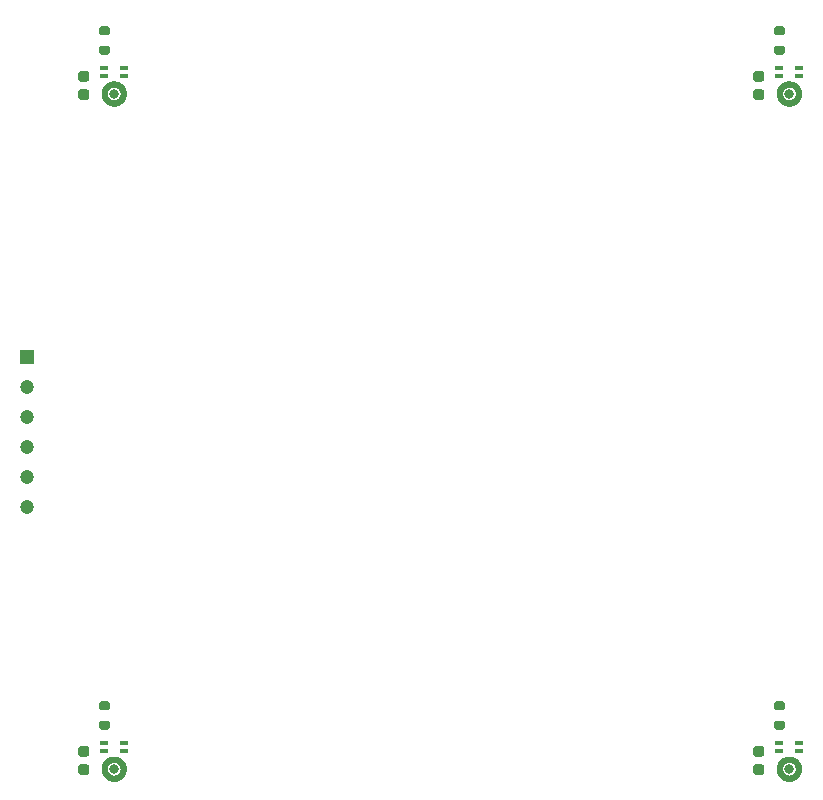
<source format=gbs>
G04 #@! TF.GenerationSoftware,KiCad,Pcbnew,5.1.10-88a1d61d58~88~ubuntu18.04.1*
G04 #@! TF.CreationDate,2021-09-30T10:19:46+02:00*
G04 #@! TF.ProjectId,pmod_microphone_array_2x2,706d6f64-5f6d-4696-9372-6f70686f6e65,1.0.0*
G04 #@! TF.SameCoordinates,Original*
G04 #@! TF.FileFunction,Soldermask,Bot*
G04 #@! TF.FilePolarity,Negative*
%FSLAX46Y46*%
G04 Gerber Fmt 4.6, Leading zero omitted, Abs format (unit mm)*
G04 Created by KiCad (PCBNEW 5.1.10-88a1d61d58~88~ubuntu18.04.1) date 2021-09-30 10:19:46*
%MOMM*%
%LPD*%
G01*
G04 APERTURE LIST*
%ADD10C,0.000100*%
%ADD11C,0.800000*%
%ADD12R,0.750000X0.450000*%
%ADD13R,1.200000X1.200000*%
%ADD14C,1.200000*%
G04 APERTURE END LIST*
D10*
G36*
X94761000Y-120516000D02*
G01*
X94761000Y-120066000D01*
X94715918Y-120066577D01*
X94662641Y-120069835D01*
X94609607Y-120075878D01*
X94556962Y-120084688D01*
X94504850Y-120096241D01*
X94453414Y-120110505D01*
X94402795Y-120127442D01*
X94353132Y-120147005D01*
X94304561Y-120169140D01*
X94257215Y-120193786D01*
X94211224Y-120220877D01*
X94166713Y-120250338D01*
X94123806Y-120282088D01*
X94082619Y-120316040D01*
X94043265Y-120352101D01*
X94005853Y-120390172D01*
X93970484Y-120430150D01*
X93937256Y-120471923D01*
X93906260Y-120515378D01*
X93877580Y-120560396D01*
X93851296Y-120606853D01*
X93827479Y-120654622D01*
X93806195Y-120703572D01*
X93787502Y-120753569D01*
X93771451Y-120804476D01*
X93758087Y-120856152D01*
X93747445Y-120908458D01*
X93739555Y-120961249D01*
X93734439Y-121014380D01*
X93732000Y-121076000D01*
X93732000Y-121096000D01*
X93733412Y-121149906D01*
X93737642Y-121203664D01*
X93744681Y-121257127D01*
X93754508Y-121310149D01*
X93767096Y-121362584D01*
X93782412Y-121414288D01*
X93800412Y-121465119D01*
X93821048Y-121514939D01*
X93844263Y-121563610D01*
X93869994Y-121611000D01*
X93898169Y-121656978D01*
X93928712Y-121701419D01*
X93961540Y-121744200D01*
X93996561Y-121785205D01*
X94033680Y-121824320D01*
X94072795Y-121861439D01*
X94113800Y-121896460D01*
X94156581Y-121929288D01*
X94201022Y-121959831D01*
X94247000Y-121988006D01*
X94294390Y-122013737D01*
X94343061Y-122036952D01*
X94392881Y-122057588D01*
X94443712Y-122075588D01*
X94495416Y-122090904D01*
X94547851Y-122103492D01*
X94600873Y-122113319D01*
X94654336Y-122120358D01*
X94708094Y-122124588D01*
X94762000Y-122126000D01*
X94815906Y-122124588D01*
X94869664Y-122120358D01*
X94923127Y-122113319D01*
X94976149Y-122103492D01*
X95028584Y-122090904D01*
X95080288Y-122075588D01*
X95131119Y-122057588D01*
X95180939Y-122036952D01*
X95229610Y-122013737D01*
X95277000Y-121988006D01*
X95322978Y-121959831D01*
X95367419Y-121929288D01*
X95410200Y-121896460D01*
X95451205Y-121861439D01*
X95490320Y-121824320D01*
X95527439Y-121785205D01*
X95562460Y-121744200D01*
X95595288Y-121701419D01*
X95625831Y-121656978D01*
X95654006Y-121611000D01*
X95679737Y-121563610D01*
X95702952Y-121514939D01*
X95723588Y-121465119D01*
X95741588Y-121414288D01*
X95756904Y-121362584D01*
X95769492Y-121310149D01*
X95779319Y-121257127D01*
X95786358Y-121203664D01*
X95790588Y-121149906D01*
X95792000Y-121096000D01*
X95792000Y-121076000D01*
X95790616Y-121023141D01*
X95786467Y-120970426D01*
X95779565Y-120918001D01*
X95769929Y-120866009D01*
X95757585Y-120814593D01*
X95742567Y-120763893D01*
X95724916Y-120714048D01*
X95704681Y-120665196D01*
X95681917Y-120617470D01*
X95656686Y-120571000D01*
X95629057Y-120525915D01*
X95599107Y-120482337D01*
X95566917Y-120440386D01*
X95532576Y-120400178D01*
X95496178Y-120361822D01*
X95457822Y-120325424D01*
X95417614Y-120291083D01*
X95375663Y-120258893D01*
X95332085Y-120228943D01*
X95287000Y-120201314D01*
X95240530Y-120176083D01*
X95192804Y-120153319D01*
X95143952Y-120133084D01*
X95094107Y-120115433D01*
X95043407Y-120100415D01*
X94991991Y-120088071D01*
X94939999Y-120078435D01*
X94887574Y-120071533D01*
X94834859Y-120067384D01*
X94782000Y-120066000D01*
X94763000Y-120066000D01*
X94763000Y-120516000D01*
X94792271Y-120515746D01*
X94821552Y-120517024D01*
X94850727Y-120519833D01*
X94879715Y-120524166D01*
X94908437Y-120530009D01*
X94936813Y-120537348D01*
X94964766Y-120546161D01*
X94992220Y-120556426D01*
X95019098Y-120568113D01*
X95045329Y-120581191D01*
X95070839Y-120595624D01*
X95095558Y-120611372D01*
X95119420Y-120628392D01*
X95142358Y-120646638D01*
X95164310Y-120666059D01*
X95185215Y-120686603D01*
X95205016Y-120708212D01*
X95223660Y-120730828D01*
X95241094Y-120754389D01*
X95257271Y-120778830D01*
X95272147Y-120804084D01*
X95285681Y-120830082D01*
X95297835Y-120856753D01*
X95308577Y-120884024D01*
X95317877Y-120911819D01*
X95325710Y-120940063D01*
X95332054Y-120968678D01*
X95336891Y-120997585D01*
X95340209Y-121026707D01*
X95342000Y-121056000D01*
X95342000Y-121096000D01*
X95341205Y-121126355D01*
X95338823Y-121156627D01*
X95334859Y-121186732D01*
X95329326Y-121216589D01*
X95322237Y-121246115D01*
X95313613Y-121275230D01*
X95303477Y-121303853D01*
X95291856Y-121331907D01*
X95278784Y-121359314D01*
X95264295Y-121386000D01*
X95248429Y-121411891D01*
X95231230Y-121436915D01*
X95212745Y-121461006D01*
X95193024Y-121484096D01*
X95172122Y-121506122D01*
X95150096Y-121527024D01*
X95127006Y-121546745D01*
X95102915Y-121565230D01*
X95077891Y-121582429D01*
X95052000Y-121598295D01*
X95025314Y-121612784D01*
X94997907Y-121625856D01*
X94969853Y-121637477D01*
X94941230Y-121647613D01*
X94912115Y-121656237D01*
X94882589Y-121663326D01*
X94852732Y-121668859D01*
X94822627Y-121672823D01*
X94792355Y-121675205D01*
X94762000Y-121676000D01*
X94731645Y-121675205D01*
X94701373Y-121672823D01*
X94671268Y-121668859D01*
X94641411Y-121663326D01*
X94611885Y-121656237D01*
X94582770Y-121647613D01*
X94554147Y-121637477D01*
X94526093Y-121625856D01*
X94498686Y-121612784D01*
X94472000Y-121598295D01*
X94446109Y-121582429D01*
X94421085Y-121565230D01*
X94396994Y-121546745D01*
X94373904Y-121527024D01*
X94351878Y-121506122D01*
X94330976Y-121484096D01*
X94311255Y-121461006D01*
X94292770Y-121436915D01*
X94275571Y-121411891D01*
X94259705Y-121386000D01*
X94245216Y-121359314D01*
X94232144Y-121331907D01*
X94220523Y-121303853D01*
X94210387Y-121275230D01*
X94201763Y-121246115D01*
X94194674Y-121216589D01*
X94189141Y-121186732D01*
X94185177Y-121156627D01*
X94182795Y-121126355D01*
X94182000Y-121096000D01*
X94182000Y-121076000D01*
X94183308Y-121045768D01*
X94186166Y-121016086D01*
X94190574Y-120986594D01*
X94196519Y-120957373D01*
X94203985Y-120928503D01*
X94212952Y-120900063D01*
X94223395Y-120872132D01*
X94235286Y-120844785D01*
X94248591Y-120818099D01*
X94263275Y-120792145D01*
X94279297Y-120766995D01*
X94296614Y-120742719D01*
X94315177Y-120719382D01*
X94334936Y-120697048D01*
X94355837Y-120675779D01*
X94377822Y-120655633D01*
X94400832Y-120636665D01*
X94424803Y-120618928D01*
X94449669Y-120602469D01*
X94475363Y-120587335D01*
X94501813Y-120573566D01*
X94528948Y-120561200D01*
X94556692Y-120550271D01*
X94584971Y-120540809D01*
X94613706Y-120532840D01*
X94642819Y-120526386D01*
X94672230Y-120521464D01*
X94701858Y-120518088D01*
X94731622Y-120516268D01*
X94761000Y-120516000D01*
G37*
X94761000Y-120516000D02*
X94761000Y-120066000D01*
X94715918Y-120066577D01*
X94662641Y-120069835D01*
X94609607Y-120075878D01*
X94556962Y-120084688D01*
X94504850Y-120096241D01*
X94453414Y-120110505D01*
X94402795Y-120127442D01*
X94353132Y-120147005D01*
X94304561Y-120169140D01*
X94257215Y-120193786D01*
X94211224Y-120220877D01*
X94166713Y-120250338D01*
X94123806Y-120282088D01*
X94082619Y-120316040D01*
X94043265Y-120352101D01*
X94005853Y-120390172D01*
X93970484Y-120430150D01*
X93937256Y-120471923D01*
X93906260Y-120515378D01*
X93877580Y-120560396D01*
X93851296Y-120606853D01*
X93827479Y-120654622D01*
X93806195Y-120703572D01*
X93787502Y-120753569D01*
X93771451Y-120804476D01*
X93758087Y-120856152D01*
X93747445Y-120908458D01*
X93739555Y-120961249D01*
X93734439Y-121014380D01*
X93732000Y-121076000D01*
X93732000Y-121096000D01*
X93733412Y-121149906D01*
X93737642Y-121203664D01*
X93744681Y-121257127D01*
X93754508Y-121310149D01*
X93767096Y-121362584D01*
X93782412Y-121414288D01*
X93800412Y-121465119D01*
X93821048Y-121514939D01*
X93844263Y-121563610D01*
X93869994Y-121611000D01*
X93898169Y-121656978D01*
X93928712Y-121701419D01*
X93961540Y-121744200D01*
X93996561Y-121785205D01*
X94033680Y-121824320D01*
X94072795Y-121861439D01*
X94113800Y-121896460D01*
X94156581Y-121929288D01*
X94201022Y-121959831D01*
X94247000Y-121988006D01*
X94294390Y-122013737D01*
X94343061Y-122036952D01*
X94392881Y-122057588D01*
X94443712Y-122075588D01*
X94495416Y-122090904D01*
X94547851Y-122103492D01*
X94600873Y-122113319D01*
X94654336Y-122120358D01*
X94708094Y-122124588D01*
X94762000Y-122126000D01*
X94815906Y-122124588D01*
X94869664Y-122120358D01*
X94923127Y-122113319D01*
X94976149Y-122103492D01*
X95028584Y-122090904D01*
X95080288Y-122075588D01*
X95131119Y-122057588D01*
X95180939Y-122036952D01*
X95229610Y-122013737D01*
X95277000Y-121988006D01*
X95322978Y-121959831D01*
X95367419Y-121929288D01*
X95410200Y-121896460D01*
X95451205Y-121861439D01*
X95490320Y-121824320D01*
X95527439Y-121785205D01*
X95562460Y-121744200D01*
X95595288Y-121701419D01*
X95625831Y-121656978D01*
X95654006Y-121611000D01*
X95679737Y-121563610D01*
X95702952Y-121514939D01*
X95723588Y-121465119D01*
X95741588Y-121414288D01*
X95756904Y-121362584D01*
X95769492Y-121310149D01*
X95779319Y-121257127D01*
X95786358Y-121203664D01*
X95790588Y-121149906D01*
X95792000Y-121096000D01*
X95792000Y-121076000D01*
X95790616Y-121023141D01*
X95786467Y-120970426D01*
X95779565Y-120918001D01*
X95769929Y-120866009D01*
X95757585Y-120814593D01*
X95742567Y-120763893D01*
X95724916Y-120714048D01*
X95704681Y-120665196D01*
X95681917Y-120617470D01*
X95656686Y-120571000D01*
X95629057Y-120525915D01*
X95599107Y-120482337D01*
X95566917Y-120440386D01*
X95532576Y-120400178D01*
X95496178Y-120361822D01*
X95457822Y-120325424D01*
X95417614Y-120291083D01*
X95375663Y-120258893D01*
X95332085Y-120228943D01*
X95287000Y-120201314D01*
X95240530Y-120176083D01*
X95192804Y-120153319D01*
X95143952Y-120133084D01*
X95094107Y-120115433D01*
X95043407Y-120100415D01*
X94991991Y-120088071D01*
X94939999Y-120078435D01*
X94887574Y-120071533D01*
X94834859Y-120067384D01*
X94782000Y-120066000D01*
X94763000Y-120066000D01*
X94763000Y-120516000D01*
X94792271Y-120515746D01*
X94821552Y-120517024D01*
X94850727Y-120519833D01*
X94879715Y-120524166D01*
X94908437Y-120530009D01*
X94936813Y-120537348D01*
X94964766Y-120546161D01*
X94992220Y-120556426D01*
X95019098Y-120568113D01*
X95045329Y-120581191D01*
X95070839Y-120595624D01*
X95095558Y-120611372D01*
X95119420Y-120628392D01*
X95142358Y-120646638D01*
X95164310Y-120666059D01*
X95185215Y-120686603D01*
X95205016Y-120708212D01*
X95223660Y-120730828D01*
X95241094Y-120754389D01*
X95257271Y-120778830D01*
X95272147Y-120804084D01*
X95285681Y-120830082D01*
X95297835Y-120856753D01*
X95308577Y-120884024D01*
X95317877Y-120911819D01*
X95325710Y-120940063D01*
X95332054Y-120968678D01*
X95336891Y-120997585D01*
X95340209Y-121026707D01*
X95342000Y-121056000D01*
X95342000Y-121096000D01*
X95341205Y-121126355D01*
X95338823Y-121156627D01*
X95334859Y-121186732D01*
X95329326Y-121216589D01*
X95322237Y-121246115D01*
X95313613Y-121275230D01*
X95303477Y-121303853D01*
X95291856Y-121331907D01*
X95278784Y-121359314D01*
X95264295Y-121386000D01*
X95248429Y-121411891D01*
X95231230Y-121436915D01*
X95212745Y-121461006D01*
X95193024Y-121484096D01*
X95172122Y-121506122D01*
X95150096Y-121527024D01*
X95127006Y-121546745D01*
X95102915Y-121565230D01*
X95077891Y-121582429D01*
X95052000Y-121598295D01*
X95025314Y-121612784D01*
X94997907Y-121625856D01*
X94969853Y-121637477D01*
X94941230Y-121647613D01*
X94912115Y-121656237D01*
X94882589Y-121663326D01*
X94852732Y-121668859D01*
X94822627Y-121672823D01*
X94792355Y-121675205D01*
X94762000Y-121676000D01*
X94731645Y-121675205D01*
X94701373Y-121672823D01*
X94671268Y-121668859D01*
X94641411Y-121663326D01*
X94611885Y-121656237D01*
X94582770Y-121647613D01*
X94554147Y-121637477D01*
X94526093Y-121625856D01*
X94498686Y-121612784D01*
X94472000Y-121598295D01*
X94446109Y-121582429D01*
X94421085Y-121565230D01*
X94396994Y-121546745D01*
X94373904Y-121527024D01*
X94351878Y-121506122D01*
X94330976Y-121484096D01*
X94311255Y-121461006D01*
X94292770Y-121436915D01*
X94275571Y-121411891D01*
X94259705Y-121386000D01*
X94245216Y-121359314D01*
X94232144Y-121331907D01*
X94220523Y-121303853D01*
X94210387Y-121275230D01*
X94201763Y-121246115D01*
X94194674Y-121216589D01*
X94189141Y-121186732D01*
X94185177Y-121156627D01*
X94182795Y-121126355D01*
X94182000Y-121096000D01*
X94182000Y-121076000D01*
X94183308Y-121045768D01*
X94186166Y-121016086D01*
X94190574Y-120986594D01*
X94196519Y-120957373D01*
X94203985Y-120928503D01*
X94212952Y-120900063D01*
X94223395Y-120872132D01*
X94235286Y-120844785D01*
X94248591Y-120818099D01*
X94263275Y-120792145D01*
X94279297Y-120766995D01*
X94296614Y-120742719D01*
X94315177Y-120719382D01*
X94334936Y-120697048D01*
X94355837Y-120675779D01*
X94377822Y-120655633D01*
X94400832Y-120636665D01*
X94424803Y-120618928D01*
X94449669Y-120602469D01*
X94475363Y-120587335D01*
X94501813Y-120573566D01*
X94528948Y-120561200D01*
X94556692Y-120550271D01*
X94584971Y-120540809D01*
X94613706Y-120532840D01*
X94642819Y-120526386D01*
X94672230Y-120521464D01*
X94701858Y-120518088D01*
X94731622Y-120516268D01*
X94761000Y-120516000D01*
G36*
X37591000Y-120516000D02*
G01*
X37591000Y-120066000D01*
X37545918Y-120066577D01*
X37492641Y-120069835D01*
X37439607Y-120075878D01*
X37386962Y-120084688D01*
X37334850Y-120096241D01*
X37283414Y-120110505D01*
X37232795Y-120127442D01*
X37183132Y-120147005D01*
X37134561Y-120169140D01*
X37087215Y-120193786D01*
X37041224Y-120220877D01*
X36996713Y-120250338D01*
X36953806Y-120282088D01*
X36912619Y-120316040D01*
X36873265Y-120352101D01*
X36835853Y-120390172D01*
X36800484Y-120430150D01*
X36767256Y-120471923D01*
X36736260Y-120515378D01*
X36707580Y-120560396D01*
X36681296Y-120606853D01*
X36657479Y-120654622D01*
X36636195Y-120703572D01*
X36617502Y-120753569D01*
X36601451Y-120804476D01*
X36588087Y-120856152D01*
X36577445Y-120908458D01*
X36569555Y-120961249D01*
X36564439Y-121014380D01*
X36562000Y-121076000D01*
X36562000Y-121096000D01*
X36563412Y-121149906D01*
X36567642Y-121203664D01*
X36574681Y-121257127D01*
X36584508Y-121310149D01*
X36597096Y-121362584D01*
X36612412Y-121414288D01*
X36630412Y-121465119D01*
X36651048Y-121514939D01*
X36674263Y-121563610D01*
X36699994Y-121611000D01*
X36728169Y-121656978D01*
X36758712Y-121701419D01*
X36791540Y-121744200D01*
X36826561Y-121785205D01*
X36863680Y-121824320D01*
X36902795Y-121861439D01*
X36943800Y-121896460D01*
X36986581Y-121929288D01*
X37031022Y-121959831D01*
X37077000Y-121988006D01*
X37124390Y-122013737D01*
X37173061Y-122036952D01*
X37222881Y-122057588D01*
X37273712Y-122075588D01*
X37325416Y-122090904D01*
X37377851Y-122103492D01*
X37430873Y-122113319D01*
X37484336Y-122120358D01*
X37538094Y-122124588D01*
X37592000Y-122126000D01*
X37645906Y-122124588D01*
X37699664Y-122120358D01*
X37753127Y-122113319D01*
X37806149Y-122103492D01*
X37858584Y-122090904D01*
X37910288Y-122075588D01*
X37961119Y-122057588D01*
X38010939Y-122036952D01*
X38059610Y-122013737D01*
X38107000Y-121988006D01*
X38152978Y-121959831D01*
X38197419Y-121929288D01*
X38240200Y-121896460D01*
X38281205Y-121861439D01*
X38320320Y-121824320D01*
X38357439Y-121785205D01*
X38392460Y-121744200D01*
X38425288Y-121701419D01*
X38455831Y-121656978D01*
X38484006Y-121611000D01*
X38509737Y-121563610D01*
X38532952Y-121514939D01*
X38553588Y-121465119D01*
X38571588Y-121414288D01*
X38586904Y-121362584D01*
X38599492Y-121310149D01*
X38609319Y-121257127D01*
X38616358Y-121203664D01*
X38620588Y-121149906D01*
X38622000Y-121096000D01*
X38622000Y-121076000D01*
X38620616Y-121023141D01*
X38616467Y-120970426D01*
X38609565Y-120918001D01*
X38599929Y-120866009D01*
X38587585Y-120814593D01*
X38572567Y-120763893D01*
X38554916Y-120714048D01*
X38534681Y-120665196D01*
X38511917Y-120617470D01*
X38486686Y-120571000D01*
X38459057Y-120525915D01*
X38429107Y-120482337D01*
X38396917Y-120440386D01*
X38362576Y-120400178D01*
X38326178Y-120361822D01*
X38287822Y-120325424D01*
X38247614Y-120291083D01*
X38205663Y-120258893D01*
X38162085Y-120228943D01*
X38117000Y-120201314D01*
X38070530Y-120176083D01*
X38022804Y-120153319D01*
X37973952Y-120133084D01*
X37924107Y-120115433D01*
X37873407Y-120100415D01*
X37821991Y-120088071D01*
X37769999Y-120078435D01*
X37717574Y-120071533D01*
X37664859Y-120067384D01*
X37612000Y-120066000D01*
X37593000Y-120066000D01*
X37593000Y-120516000D01*
X37622271Y-120515746D01*
X37651552Y-120517024D01*
X37680727Y-120519833D01*
X37709715Y-120524166D01*
X37738437Y-120530009D01*
X37766813Y-120537348D01*
X37794766Y-120546161D01*
X37822220Y-120556426D01*
X37849098Y-120568113D01*
X37875329Y-120581191D01*
X37900839Y-120595624D01*
X37925558Y-120611372D01*
X37949420Y-120628392D01*
X37972358Y-120646638D01*
X37994310Y-120666059D01*
X38015215Y-120686603D01*
X38035016Y-120708212D01*
X38053660Y-120730828D01*
X38071094Y-120754389D01*
X38087271Y-120778830D01*
X38102147Y-120804084D01*
X38115681Y-120830082D01*
X38127835Y-120856753D01*
X38138577Y-120884024D01*
X38147877Y-120911819D01*
X38155710Y-120940063D01*
X38162054Y-120968678D01*
X38166891Y-120997585D01*
X38170209Y-121026707D01*
X38172000Y-121056000D01*
X38172000Y-121096000D01*
X38171205Y-121126355D01*
X38168823Y-121156627D01*
X38164859Y-121186732D01*
X38159326Y-121216589D01*
X38152237Y-121246115D01*
X38143613Y-121275230D01*
X38133477Y-121303853D01*
X38121856Y-121331907D01*
X38108784Y-121359314D01*
X38094295Y-121386000D01*
X38078429Y-121411891D01*
X38061230Y-121436915D01*
X38042745Y-121461006D01*
X38023024Y-121484096D01*
X38002122Y-121506122D01*
X37980096Y-121527024D01*
X37957006Y-121546745D01*
X37932915Y-121565230D01*
X37907891Y-121582429D01*
X37882000Y-121598295D01*
X37855314Y-121612784D01*
X37827907Y-121625856D01*
X37799853Y-121637477D01*
X37771230Y-121647613D01*
X37742115Y-121656237D01*
X37712589Y-121663326D01*
X37682732Y-121668859D01*
X37652627Y-121672823D01*
X37622355Y-121675205D01*
X37592000Y-121676000D01*
X37561645Y-121675205D01*
X37531373Y-121672823D01*
X37501268Y-121668859D01*
X37471411Y-121663326D01*
X37441885Y-121656237D01*
X37412770Y-121647613D01*
X37384147Y-121637477D01*
X37356093Y-121625856D01*
X37328686Y-121612784D01*
X37302000Y-121598295D01*
X37276109Y-121582429D01*
X37251085Y-121565230D01*
X37226994Y-121546745D01*
X37203904Y-121527024D01*
X37181878Y-121506122D01*
X37160976Y-121484096D01*
X37141255Y-121461006D01*
X37122770Y-121436915D01*
X37105571Y-121411891D01*
X37089705Y-121386000D01*
X37075216Y-121359314D01*
X37062144Y-121331907D01*
X37050523Y-121303853D01*
X37040387Y-121275230D01*
X37031763Y-121246115D01*
X37024674Y-121216589D01*
X37019141Y-121186732D01*
X37015177Y-121156627D01*
X37012795Y-121126355D01*
X37012000Y-121096000D01*
X37012000Y-121076000D01*
X37013308Y-121045768D01*
X37016166Y-121016086D01*
X37020574Y-120986594D01*
X37026519Y-120957373D01*
X37033985Y-120928503D01*
X37042952Y-120900063D01*
X37053395Y-120872132D01*
X37065286Y-120844785D01*
X37078591Y-120818099D01*
X37093275Y-120792145D01*
X37109297Y-120766995D01*
X37126614Y-120742719D01*
X37145177Y-120719382D01*
X37164936Y-120697048D01*
X37185837Y-120675779D01*
X37207822Y-120655633D01*
X37230832Y-120636665D01*
X37254803Y-120618928D01*
X37279669Y-120602469D01*
X37305363Y-120587335D01*
X37331813Y-120573566D01*
X37358948Y-120561200D01*
X37386692Y-120550271D01*
X37414971Y-120540809D01*
X37443706Y-120532840D01*
X37472819Y-120526386D01*
X37502230Y-120521464D01*
X37531858Y-120518088D01*
X37561622Y-120516268D01*
X37591000Y-120516000D01*
G37*
X37591000Y-120516000D02*
X37591000Y-120066000D01*
X37545918Y-120066577D01*
X37492641Y-120069835D01*
X37439607Y-120075878D01*
X37386962Y-120084688D01*
X37334850Y-120096241D01*
X37283414Y-120110505D01*
X37232795Y-120127442D01*
X37183132Y-120147005D01*
X37134561Y-120169140D01*
X37087215Y-120193786D01*
X37041224Y-120220877D01*
X36996713Y-120250338D01*
X36953806Y-120282088D01*
X36912619Y-120316040D01*
X36873265Y-120352101D01*
X36835853Y-120390172D01*
X36800484Y-120430150D01*
X36767256Y-120471923D01*
X36736260Y-120515378D01*
X36707580Y-120560396D01*
X36681296Y-120606853D01*
X36657479Y-120654622D01*
X36636195Y-120703572D01*
X36617502Y-120753569D01*
X36601451Y-120804476D01*
X36588087Y-120856152D01*
X36577445Y-120908458D01*
X36569555Y-120961249D01*
X36564439Y-121014380D01*
X36562000Y-121076000D01*
X36562000Y-121096000D01*
X36563412Y-121149906D01*
X36567642Y-121203664D01*
X36574681Y-121257127D01*
X36584508Y-121310149D01*
X36597096Y-121362584D01*
X36612412Y-121414288D01*
X36630412Y-121465119D01*
X36651048Y-121514939D01*
X36674263Y-121563610D01*
X36699994Y-121611000D01*
X36728169Y-121656978D01*
X36758712Y-121701419D01*
X36791540Y-121744200D01*
X36826561Y-121785205D01*
X36863680Y-121824320D01*
X36902795Y-121861439D01*
X36943800Y-121896460D01*
X36986581Y-121929288D01*
X37031022Y-121959831D01*
X37077000Y-121988006D01*
X37124390Y-122013737D01*
X37173061Y-122036952D01*
X37222881Y-122057588D01*
X37273712Y-122075588D01*
X37325416Y-122090904D01*
X37377851Y-122103492D01*
X37430873Y-122113319D01*
X37484336Y-122120358D01*
X37538094Y-122124588D01*
X37592000Y-122126000D01*
X37645906Y-122124588D01*
X37699664Y-122120358D01*
X37753127Y-122113319D01*
X37806149Y-122103492D01*
X37858584Y-122090904D01*
X37910288Y-122075588D01*
X37961119Y-122057588D01*
X38010939Y-122036952D01*
X38059610Y-122013737D01*
X38107000Y-121988006D01*
X38152978Y-121959831D01*
X38197419Y-121929288D01*
X38240200Y-121896460D01*
X38281205Y-121861439D01*
X38320320Y-121824320D01*
X38357439Y-121785205D01*
X38392460Y-121744200D01*
X38425288Y-121701419D01*
X38455831Y-121656978D01*
X38484006Y-121611000D01*
X38509737Y-121563610D01*
X38532952Y-121514939D01*
X38553588Y-121465119D01*
X38571588Y-121414288D01*
X38586904Y-121362584D01*
X38599492Y-121310149D01*
X38609319Y-121257127D01*
X38616358Y-121203664D01*
X38620588Y-121149906D01*
X38622000Y-121096000D01*
X38622000Y-121076000D01*
X38620616Y-121023141D01*
X38616467Y-120970426D01*
X38609565Y-120918001D01*
X38599929Y-120866009D01*
X38587585Y-120814593D01*
X38572567Y-120763893D01*
X38554916Y-120714048D01*
X38534681Y-120665196D01*
X38511917Y-120617470D01*
X38486686Y-120571000D01*
X38459057Y-120525915D01*
X38429107Y-120482337D01*
X38396917Y-120440386D01*
X38362576Y-120400178D01*
X38326178Y-120361822D01*
X38287822Y-120325424D01*
X38247614Y-120291083D01*
X38205663Y-120258893D01*
X38162085Y-120228943D01*
X38117000Y-120201314D01*
X38070530Y-120176083D01*
X38022804Y-120153319D01*
X37973952Y-120133084D01*
X37924107Y-120115433D01*
X37873407Y-120100415D01*
X37821991Y-120088071D01*
X37769999Y-120078435D01*
X37717574Y-120071533D01*
X37664859Y-120067384D01*
X37612000Y-120066000D01*
X37593000Y-120066000D01*
X37593000Y-120516000D01*
X37622271Y-120515746D01*
X37651552Y-120517024D01*
X37680727Y-120519833D01*
X37709715Y-120524166D01*
X37738437Y-120530009D01*
X37766813Y-120537348D01*
X37794766Y-120546161D01*
X37822220Y-120556426D01*
X37849098Y-120568113D01*
X37875329Y-120581191D01*
X37900839Y-120595624D01*
X37925558Y-120611372D01*
X37949420Y-120628392D01*
X37972358Y-120646638D01*
X37994310Y-120666059D01*
X38015215Y-120686603D01*
X38035016Y-120708212D01*
X38053660Y-120730828D01*
X38071094Y-120754389D01*
X38087271Y-120778830D01*
X38102147Y-120804084D01*
X38115681Y-120830082D01*
X38127835Y-120856753D01*
X38138577Y-120884024D01*
X38147877Y-120911819D01*
X38155710Y-120940063D01*
X38162054Y-120968678D01*
X38166891Y-120997585D01*
X38170209Y-121026707D01*
X38172000Y-121056000D01*
X38172000Y-121096000D01*
X38171205Y-121126355D01*
X38168823Y-121156627D01*
X38164859Y-121186732D01*
X38159326Y-121216589D01*
X38152237Y-121246115D01*
X38143613Y-121275230D01*
X38133477Y-121303853D01*
X38121856Y-121331907D01*
X38108784Y-121359314D01*
X38094295Y-121386000D01*
X38078429Y-121411891D01*
X38061230Y-121436915D01*
X38042745Y-121461006D01*
X38023024Y-121484096D01*
X38002122Y-121506122D01*
X37980096Y-121527024D01*
X37957006Y-121546745D01*
X37932915Y-121565230D01*
X37907891Y-121582429D01*
X37882000Y-121598295D01*
X37855314Y-121612784D01*
X37827907Y-121625856D01*
X37799853Y-121637477D01*
X37771230Y-121647613D01*
X37742115Y-121656237D01*
X37712589Y-121663326D01*
X37682732Y-121668859D01*
X37652627Y-121672823D01*
X37622355Y-121675205D01*
X37592000Y-121676000D01*
X37561645Y-121675205D01*
X37531373Y-121672823D01*
X37501268Y-121668859D01*
X37471411Y-121663326D01*
X37441885Y-121656237D01*
X37412770Y-121647613D01*
X37384147Y-121637477D01*
X37356093Y-121625856D01*
X37328686Y-121612784D01*
X37302000Y-121598295D01*
X37276109Y-121582429D01*
X37251085Y-121565230D01*
X37226994Y-121546745D01*
X37203904Y-121527024D01*
X37181878Y-121506122D01*
X37160976Y-121484096D01*
X37141255Y-121461006D01*
X37122770Y-121436915D01*
X37105571Y-121411891D01*
X37089705Y-121386000D01*
X37075216Y-121359314D01*
X37062144Y-121331907D01*
X37050523Y-121303853D01*
X37040387Y-121275230D01*
X37031763Y-121246115D01*
X37024674Y-121216589D01*
X37019141Y-121186732D01*
X37015177Y-121156627D01*
X37012795Y-121126355D01*
X37012000Y-121096000D01*
X37012000Y-121076000D01*
X37013308Y-121045768D01*
X37016166Y-121016086D01*
X37020574Y-120986594D01*
X37026519Y-120957373D01*
X37033985Y-120928503D01*
X37042952Y-120900063D01*
X37053395Y-120872132D01*
X37065286Y-120844785D01*
X37078591Y-120818099D01*
X37093275Y-120792145D01*
X37109297Y-120766995D01*
X37126614Y-120742719D01*
X37145177Y-120719382D01*
X37164936Y-120697048D01*
X37185837Y-120675779D01*
X37207822Y-120655633D01*
X37230832Y-120636665D01*
X37254803Y-120618928D01*
X37279669Y-120602469D01*
X37305363Y-120587335D01*
X37331813Y-120573566D01*
X37358948Y-120561200D01*
X37386692Y-120550271D01*
X37414971Y-120540809D01*
X37443706Y-120532840D01*
X37472819Y-120526386D01*
X37502230Y-120521464D01*
X37531858Y-120518088D01*
X37561622Y-120516268D01*
X37591000Y-120516000D01*
G36*
X94761000Y-63346000D02*
G01*
X94761000Y-62896000D01*
X94715918Y-62896577D01*
X94662641Y-62899835D01*
X94609607Y-62905878D01*
X94556962Y-62914688D01*
X94504850Y-62926241D01*
X94453414Y-62940505D01*
X94402795Y-62957442D01*
X94353132Y-62977005D01*
X94304561Y-62999140D01*
X94257215Y-63023786D01*
X94211224Y-63050877D01*
X94166713Y-63080338D01*
X94123806Y-63112088D01*
X94082619Y-63146040D01*
X94043265Y-63182101D01*
X94005853Y-63220172D01*
X93970484Y-63260150D01*
X93937256Y-63301923D01*
X93906260Y-63345378D01*
X93877580Y-63390396D01*
X93851296Y-63436853D01*
X93827479Y-63484622D01*
X93806195Y-63533572D01*
X93787502Y-63583569D01*
X93771451Y-63634476D01*
X93758087Y-63686152D01*
X93747445Y-63738458D01*
X93739555Y-63791249D01*
X93734439Y-63844380D01*
X93732000Y-63906000D01*
X93732000Y-63926000D01*
X93733412Y-63979906D01*
X93737642Y-64033664D01*
X93744681Y-64087127D01*
X93754508Y-64140149D01*
X93767096Y-64192584D01*
X93782412Y-64244288D01*
X93800412Y-64295119D01*
X93821048Y-64344939D01*
X93844263Y-64393610D01*
X93869994Y-64441000D01*
X93898169Y-64486978D01*
X93928712Y-64531419D01*
X93961540Y-64574200D01*
X93996561Y-64615205D01*
X94033680Y-64654320D01*
X94072795Y-64691439D01*
X94113800Y-64726460D01*
X94156581Y-64759288D01*
X94201022Y-64789831D01*
X94247000Y-64818006D01*
X94294390Y-64843737D01*
X94343061Y-64866952D01*
X94392881Y-64887588D01*
X94443712Y-64905588D01*
X94495416Y-64920904D01*
X94547851Y-64933492D01*
X94600873Y-64943319D01*
X94654336Y-64950358D01*
X94708094Y-64954588D01*
X94762000Y-64956000D01*
X94815906Y-64954588D01*
X94869664Y-64950358D01*
X94923127Y-64943319D01*
X94976149Y-64933492D01*
X95028584Y-64920904D01*
X95080288Y-64905588D01*
X95131119Y-64887588D01*
X95180939Y-64866952D01*
X95229610Y-64843737D01*
X95277000Y-64818006D01*
X95322978Y-64789831D01*
X95367419Y-64759288D01*
X95410200Y-64726460D01*
X95451205Y-64691439D01*
X95490320Y-64654320D01*
X95527439Y-64615205D01*
X95562460Y-64574200D01*
X95595288Y-64531419D01*
X95625831Y-64486978D01*
X95654006Y-64441000D01*
X95679737Y-64393610D01*
X95702952Y-64344939D01*
X95723588Y-64295119D01*
X95741588Y-64244288D01*
X95756904Y-64192584D01*
X95769492Y-64140149D01*
X95779319Y-64087127D01*
X95786358Y-64033664D01*
X95790588Y-63979906D01*
X95792000Y-63926000D01*
X95792000Y-63906000D01*
X95790616Y-63853141D01*
X95786467Y-63800426D01*
X95779565Y-63748001D01*
X95769929Y-63696009D01*
X95757585Y-63644593D01*
X95742567Y-63593893D01*
X95724916Y-63544048D01*
X95704681Y-63495196D01*
X95681917Y-63447470D01*
X95656686Y-63401000D01*
X95629057Y-63355915D01*
X95599107Y-63312337D01*
X95566917Y-63270386D01*
X95532576Y-63230178D01*
X95496178Y-63191822D01*
X95457822Y-63155424D01*
X95417614Y-63121083D01*
X95375663Y-63088893D01*
X95332085Y-63058943D01*
X95287000Y-63031314D01*
X95240530Y-63006083D01*
X95192804Y-62983319D01*
X95143952Y-62963084D01*
X95094107Y-62945433D01*
X95043407Y-62930415D01*
X94991991Y-62918071D01*
X94939999Y-62908435D01*
X94887574Y-62901533D01*
X94834859Y-62897384D01*
X94782000Y-62896000D01*
X94763000Y-62896000D01*
X94763000Y-63346000D01*
X94792271Y-63345746D01*
X94821552Y-63347024D01*
X94850727Y-63349833D01*
X94879715Y-63354166D01*
X94908437Y-63360009D01*
X94936813Y-63367348D01*
X94964766Y-63376161D01*
X94992220Y-63386426D01*
X95019098Y-63398113D01*
X95045329Y-63411191D01*
X95070839Y-63425624D01*
X95095558Y-63441372D01*
X95119420Y-63458392D01*
X95142358Y-63476638D01*
X95164310Y-63496059D01*
X95185215Y-63516603D01*
X95205016Y-63538212D01*
X95223660Y-63560828D01*
X95241094Y-63584389D01*
X95257271Y-63608830D01*
X95272147Y-63634084D01*
X95285681Y-63660082D01*
X95297835Y-63686753D01*
X95308577Y-63714024D01*
X95317877Y-63741819D01*
X95325710Y-63770063D01*
X95332054Y-63798678D01*
X95336891Y-63827585D01*
X95340209Y-63856707D01*
X95342000Y-63886000D01*
X95342000Y-63926000D01*
X95341205Y-63956355D01*
X95338823Y-63986627D01*
X95334859Y-64016732D01*
X95329326Y-64046589D01*
X95322237Y-64076115D01*
X95313613Y-64105230D01*
X95303477Y-64133853D01*
X95291856Y-64161907D01*
X95278784Y-64189314D01*
X95264295Y-64216000D01*
X95248429Y-64241891D01*
X95231230Y-64266915D01*
X95212745Y-64291006D01*
X95193024Y-64314096D01*
X95172122Y-64336122D01*
X95150096Y-64357024D01*
X95127006Y-64376745D01*
X95102915Y-64395230D01*
X95077891Y-64412429D01*
X95052000Y-64428295D01*
X95025314Y-64442784D01*
X94997907Y-64455856D01*
X94969853Y-64467477D01*
X94941230Y-64477613D01*
X94912115Y-64486237D01*
X94882589Y-64493326D01*
X94852732Y-64498859D01*
X94822627Y-64502823D01*
X94792355Y-64505205D01*
X94762000Y-64506000D01*
X94731645Y-64505205D01*
X94701373Y-64502823D01*
X94671268Y-64498859D01*
X94641411Y-64493326D01*
X94611885Y-64486237D01*
X94582770Y-64477613D01*
X94554147Y-64467477D01*
X94526093Y-64455856D01*
X94498686Y-64442784D01*
X94472000Y-64428295D01*
X94446109Y-64412429D01*
X94421085Y-64395230D01*
X94396994Y-64376745D01*
X94373904Y-64357024D01*
X94351878Y-64336122D01*
X94330976Y-64314096D01*
X94311255Y-64291006D01*
X94292770Y-64266915D01*
X94275571Y-64241891D01*
X94259705Y-64216000D01*
X94245216Y-64189314D01*
X94232144Y-64161907D01*
X94220523Y-64133853D01*
X94210387Y-64105230D01*
X94201763Y-64076115D01*
X94194674Y-64046589D01*
X94189141Y-64016732D01*
X94185177Y-63986627D01*
X94182795Y-63956355D01*
X94182000Y-63926000D01*
X94182000Y-63906000D01*
X94183308Y-63875768D01*
X94186166Y-63846086D01*
X94190574Y-63816594D01*
X94196519Y-63787373D01*
X94203985Y-63758503D01*
X94212952Y-63730063D01*
X94223395Y-63702132D01*
X94235286Y-63674785D01*
X94248591Y-63648099D01*
X94263275Y-63622145D01*
X94279297Y-63596995D01*
X94296614Y-63572719D01*
X94315177Y-63549382D01*
X94334936Y-63527048D01*
X94355837Y-63505779D01*
X94377822Y-63485633D01*
X94400832Y-63466665D01*
X94424803Y-63448928D01*
X94449669Y-63432469D01*
X94475363Y-63417335D01*
X94501813Y-63403566D01*
X94528948Y-63391200D01*
X94556692Y-63380271D01*
X94584971Y-63370809D01*
X94613706Y-63362840D01*
X94642819Y-63356386D01*
X94672230Y-63351464D01*
X94701858Y-63348088D01*
X94731622Y-63346268D01*
X94761000Y-63346000D01*
G37*
X94761000Y-63346000D02*
X94761000Y-62896000D01*
X94715918Y-62896577D01*
X94662641Y-62899835D01*
X94609607Y-62905878D01*
X94556962Y-62914688D01*
X94504850Y-62926241D01*
X94453414Y-62940505D01*
X94402795Y-62957442D01*
X94353132Y-62977005D01*
X94304561Y-62999140D01*
X94257215Y-63023786D01*
X94211224Y-63050877D01*
X94166713Y-63080338D01*
X94123806Y-63112088D01*
X94082619Y-63146040D01*
X94043265Y-63182101D01*
X94005853Y-63220172D01*
X93970484Y-63260150D01*
X93937256Y-63301923D01*
X93906260Y-63345378D01*
X93877580Y-63390396D01*
X93851296Y-63436853D01*
X93827479Y-63484622D01*
X93806195Y-63533572D01*
X93787502Y-63583569D01*
X93771451Y-63634476D01*
X93758087Y-63686152D01*
X93747445Y-63738458D01*
X93739555Y-63791249D01*
X93734439Y-63844380D01*
X93732000Y-63906000D01*
X93732000Y-63926000D01*
X93733412Y-63979906D01*
X93737642Y-64033664D01*
X93744681Y-64087127D01*
X93754508Y-64140149D01*
X93767096Y-64192584D01*
X93782412Y-64244288D01*
X93800412Y-64295119D01*
X93821048Y-64344939D01*
X93844263Y-64393610D01*
X93869994Y-64441000D01*
X93898169Y-64486978D01*
X93928712Y-64531419D01*
X93961540Y-64574200D01*
X93996561Y-64615205D01*
X94033680Y-64654320D01*
X94072795Y-64691439D01*
X94113800Y-64726460D01*
X94156581Y-64759288D01*
X94201022Y-64789831D01*
X94247000Y-64818006D01*
X94294390Y-64843737D01*
X94343061Y-64866952D01*
X94392881Y-64887588D01*
X94443712Y-64905588D01*
X94495416Y-64920904D01*
X94547851Y-64933492D01*
X94600873Y-64943319D01*
X94654336Y-64950358D01*
X94708094Y-64954588D01*
X94762000Y-64956000D01*
X94815906Y-64954588D01*
X94869664Y-64950358D01*
X94923127Y-64943319D01*
X94976149Y-64933492D01*
X95028584Y-64920904D01*
X95080288Y-64905588D01*
X95131119Y-64887588D01*
X95180939Y-64866952D01*
X95229610Y-64843737D01*
X95277000Y-64818006D01*
X95322978Y-64789831D01*
X95367419Y-64759288D01*
X95410200Y-64726460D01*
X95451205Y-64691439D01*
X95490320Y-64654320D01*
X95527439Y-64615205D01*
X95562460Y-64574200D01*
X95595288Y-64531419D01*
X95625831Y-64486978D01*
X95654006Y-64441000D01*
X95679737Y-64393610D01*
X95702952Y-64344939D01*
X95723588Y-64295119D01*
X95741588Y-64244288D01*
X95756904Y-64192584D01*
X95769492Y-64140149D01*
X95779319Y-64087127D01*
X95786358Y-64033664D01*
X95790588Y-63979906D01*
X95792000Y-63926000D01*
X95792000Y-63906000D01*
X95790616Y-63853141D01*
X95786467Y-63800426D01*
X95779565Y-63748001D01*
X95769929Y-63696009D01*
X95757585Y-63644593D01*
X95742567Y-63593893D01*
X95724916Y-63544048D01*
X95704681Y-63495196D01*
X95681917Y-63447470D01*
X95656686Y-63401000D01*
X95629057Y-63355915D01*
X95599107Y-63312337D01*
X95566917Y-63270386D01*
X95532576Y-63230178D01*
X95496178Y-63191822D01*
X95457822Y-63155424D01*
X95417614Y-63121083D01*
X95375663Y-63088893D01*
X95332085Y-63058943D01*
X95287000Y-63031314D01*
X95240530Y-63006083D01*
X95192804Y-62983319D01*
X95143952Y-62963084D01*
X95094107Y-62945433D01*
X95043407Y-62930415D01*
X94991991Y-62918071D01*
X94939999Y-62908435D01*
X94887574Y-62901533D01*
X94834859Y-62897384D01*
X94782000Y-62896000D01*
X94763000Y-62896000D01*
X94763000Y-63346000D01*
X94792271Y-63345746D01*
X94821552Y-63347024D01*
X94850727Y-63349833D01*
X94879715Y-63354166D01*
X94908437Y-63360009D01*
X94936813Y-63367348D01*
X94964766Y-63376161D01*
X94992220Y-63386426D01*
X95019098Y-63398113D01*
X95045329Y-63411191D01*
X95070839Y-63425624D01*
X95095558Y-63441372D01*
X95119420Y-63458392D01*
X95142358Y-63476638D01*
X95164310Y-63496059D01*
X95185215Y-63516603D01*
X95205016Y-63538212D01*
X95223660Y-63560828D01*
X95241094Y-63584389D01*
X95257271Y-63608830D01*
X95272147Y-63634084D01*
X95285681Y-63660082D01*
X95297835Y-63686753D01*
X95308577Y-63714024D01*
X95317877Y-63741819D01*
X95325710Y-63770063D01*
X95332054Y-63798678D01*
X95336891Y-63827585D01*
X95340209Y-63856707D01*
X95342000Y-63886000D01*
X95342000Y-63926000D01*
X95341205Y-63956355D01*
X95338823Y-63986627D01*
X95334859Y-64016732D01*
X95329326Y-64046589D01*
X95322237Y-64076115D01*
X95313613Y-64105230D01*
X95303477Y-64133853D01*
X95291856Y-64161907D01*
X95278784Y-64189314D01*
X95264295Y-64216000D01*
X95248429Y-64241891D01*
X95231230Y-64266915D01*
X95212745Y-64291006D01*
X95193024Y-64314096D01*
X95172122Y-64336122D01*
X95150096Y-64357024D01*
X95127006Y-64376745D01*
X95102915Y-64395230D01*
X95077891Y-64412429D01*
X95052000Y-64428295D01*
X95025314Y-64442784D01*
X94997907Y-64455856D01*
X94969853Y-64467477D01*
X94941230Y-64477613D01*
X94912115Y-64486237D01*
X94882589Y-64493326D01*
X94852732Y-64498859D01*
X94822627Y-64502823D01*
X94792355Y-64505205D01*
X94762000Y-64506000D01*
X94731645Y-64505205D01*
X94701373Y-64502823D01*
X94671268Y-64498859D01*
X94641411Y-64493326D01*
X94611885Y-64486237D01*
X94582770Y-64477613D01*
X94554147Y-64467477D01*
X94526093Y-64455856D01*
X94498686Y-64442784D01*
X94472000Y-64428295D01*
X94446109Y-64412429D01*
X94421085Y-64395230D01*
X94396994Y-64376745D01*
X94373904Y-64357024D01*
X94351878Y-64336122D01*
X94330976Y-64314096D01*
X94311255Y-64291006D01*
X94292770Y-64266915D01*
X94275571Y-64241891D01*
X94259705Y-64216000D01*
X94245216Y-64189314D01*
X94232144Y-64161907D01*
X94220523Y-64133853D01*
X94210387Y-64105230D01*
X94201763Y-64076115D01*
X94194674Y-64046589D01*
X94189141Y-64016732D01*
X94185177Y-63986627D01*
X94182795Y-63956355D01*
X94182000Y-63926000D01*
X94182000Y-63906000D01*
X94183308Y-63875768D01*
X94186166Y-63846086D01*
X94190574Y-63816594D01*
X94196519Y-63787373D01*
X94203985Y-63758503D01*
X94212952Y-63730063D01*
X94223395Y-63702132D01*
X94235286Y-63674785D01*
X94248591Y-63648099D01*
X94263275Y-63622145D01*
X94279297Y-63596995D01*
X94296614Y-63572719D01*
X94315177Y-63549382D01*
X94334936Y-63527048D01*
X94355837Y-63505779D01*
X94377822Y-63485633D01*
X94400832Y-63466665D01*
X94424803Y-63448928D01*
X94449669Y-63432469D01*
X94475363Y-63417335D01*
X94501813Y-63403566D01*
X94528948Y-63391200D01*
X94556692Y-63380271D01*
X94584971Y-63370809D01*
X94613706Y-63362840D01*
X94642819Y-63356386D01*
X94672230Y-63351464D01*
X94701858Y-63348088D01*
X94731622Y-63346268D01*
X94761000Y-63346000D01*
G36*
X37591000Y-63346000D02*
G01*
X37591000Y-62896000D01*
X37545918Y-62896577D01*
X37492641Y-62899835D01*
X37439607Y-62905878D01*
X37386962Y-62914688D01*
X37334850Y-62926241D01*
X37283414Y-62940505D01*
X37232795Y-62957442D01*
X37183132Y-62977005D01*
X37134561Y-62999140D01*
X37087215Y-63023786D01*
X37041224Y-63050877D01*
X36996713Y-63080338D01*
X36953806Y-63112088D01*
X36912619Y-63146040D01*
X36873265Y-63182101D01*
X36835853Y-63220172D01*
X36800484Y-63260150D01*
X36767256Y-63301923D01*
X36736260Y-63345378D01*
X36707580Y-63390396D01*
X36681296Y-63436853D01*
X36657479Y-63484622D01*
X36636195Y-63533572D01*
X36617502Y-63583569D01*
X36601451Y-63634476D01*
X36588087Y-63686152D01*
X36577445Y-63738458D01*
X36569555Y-63791249D01*
X36564439Y-63844380D01*
X36562000Y-63906000D01*
X36562000Y-63926000D01*
X36563412Y-63979906D01*
X36567642Y-64033664D01*
X36574681Y-64087127D01*
X36584508Y-64140149D01*
X36597096Y-64192584D01*
X36612412Y-64244288D01*
X36630412Y-64295119D01*
X36651048Y-64344939D01*
X36674263Y-64393610D01*
X36699994Y-64441000D01*
X36728169Y-64486978D01*
X36758712Y-64531419D01*
X36791540Y-64574200D01*
X36826561Y-64615205D01*
X36863680Y-64654320D01*
X36902795Y-64691439D01*
X36943800Y-64726460D01*
X36986581Y-64759288D01*
X37031022Y-64789831D01*
X37077000Y-64818006D01*
X37124390Y-64843737D01*
X37173061Y-64866952D01*
X37222881Y-64887588D01*
X37273712Y-64905588D01*
X37325416Y-64920904D01*
X37377851Y-64933492D01*
X37430873Y-64943319D01*
X37484336Y-64950358D01*
X37538094Y-64954588D01*
X37592000Y-64956000D01*
X37645906Y-64954588D01*
X37699664Y-64950358D01*
X37753127Y-64943319D01*
X37806149Y-64933492D01*
X37858584Y-64920904D01*
X37910288Y-64905588D01*
X37961119Y-64887588D01*
X38010939Y-64866952D01*
X38059610Y-64843737D01*
X38107000Y-64818006D01*
X38152978Y-64789831D01*
X38197419Y-64759288D01*
X38240200Y-64726460D01*
X38281205Y-64691439D01*
X38320320Y-64654320D01*
X38357439Y-64615205D01*
X38392460Y-64574200D01*
X38425288Y-64531419D01*
X38455831Y-64486978D01*
X38484006Y-64441000D01*
X38509737Y-64393610D01*
X38532952Y-64344939D01*
X38553588Y-64295119D01*
X38571588Y-64244288D01*
X38586904Y-64192584D01*
X38599492Y-64140149D01*
X38609319Y-64087127D01*
X38616358Y-64033664D01*
X38620588Y-63979906D01*
X38622000Y-63926000D01*
X38622000Y-63906000D01*
X38620616Y-63853141D01*
X38616467Y-63800426D01*
X38609565Y-63748001D01*
X38599929Y-63696009D01*
X38587585Y-63644593D01*
X38572567Y-63593893D01*
X38554916Y-63544048D01*
X38534681Y-63495196D01*
X38511917Y-63447470D01*
X38486686Y-63401000D01*
X38459057Y-63355915D01*
X38429107Y-63312337D01*
X38396917Y-63270386D01*
X38362576Y-63230178D01*
X38326178Y-63191822D01*
X38287822Y-63155424D01*
X38247614Y-63121083D01*
X38205663Y-63088893D01*
X38162085Y-63058943D01*
X38117000Y-63031314D01*
X38070530Y-63006083D01*
X38022804Y-62983319D01*
X37973952Y-62963084D01*
X37924107Y-62945433D01*
X37873407Y-62930415D01*
X37821991Y-62918071D01*
X37769999Y-62908435D01*
X37717574Y-62901533D01*
X37664859Y-62897384D01*
X37612000Y-62896000D01*
X37593000Y-62896000D01*
X37593000Y-63346000D01*
X37622271Y-63345746D01*
X37651552Y-63347024D01*
X37680727Y-63349833D01*
X37709715Y-63354166D01*
X37738437Y-63360009D01*
X37766813Y-63367348D01*
X37794766Y-63376161D01*
X37822220Y-63386426D01*
X37849098Y-63398113D01*
X37875329Y-63411191D01*
X37900839Y-63425624D01*
X37925558Y-63441372D01*
X37949420Y-63458392D01*
X37972358Y-63476638D01*
X37994310Y-63496059D01*
X38015215Y-63516603D01*
X38035016Y-63538212D01*
X38053660Y-63560828D01*
X38071094Y-63584389D01*
X38087271Y-63608830D01*
X38102147Y-63634084D01*
X38115681Y-63660082D01*
X38127835Y-63686753D01*
X38138577Y-63714024D01*
X38147877Y-63741819D01*
X38155710Y-63770063D01*
X38162054Y-63798678D01*
X38166891Y-63827585D01*
X38170209Y-63856707D01*
X38172000Y-63886000D01*
X38172000Y-63926000D01*
X38171205Y-63956355D01*
X38168823Y-63986627D01*
X38164859Y-64016732D01*
X38159326Y-64046589D01*
X38152237Y-64076115D01*
X38143613Y-64105230D01*
X38133477Y-64133853D01*
X38121856Y-64161907D01*
X38108784Y-64189314D01*
X38094295Y-64216000D01*
X38078429Y-64241891D01*
X38061230Y-64266915D01*
X38042745Y-64291006D01*
X38023024Y-64314096D01*
X38002122Y-64336122D01*
X37980096Y-64357024D01*
X37957006Y-64376745D01*
X37932915Y-64395230D01*
X37907891Y-64412429D01*
X37882000Y-64428295D01*
X37855314Y-64442784D01*
X37827907Y-64455856D01*
X37799853Y-64467477D01*
X37771230Y-64477613D01*
X37742115Y-64486237D01*
X37712589Y-64493326D01*
X37682732Y-64498859D01*
X37652627Y-64502823D01*
X37622355Y-64505205D01*
X37592000Y-64506000D01*
X37561645Y-64505205D01*
X37531373Y-64502823D01*
X37501268Y-64498859D01*
X37471411Y-64493326D01*
X37441885Y-64486237D01*
X37412770Y-64477613D01*
X37384147Y-64467477D01*
X37356093Y-64455856D01*
X37328686Y-64442784D01*
X37302000Y-64428295D01*
X37276109Y-64412429D01*
X37251085Y-64395230D01*
X37226994Y-64376745D01*
X37203904Y-64357024D01*
X37181878Y-64336122D01*
X37160976Y-64314096D01*
X37141255Y-64291006D01*
X37122770Y-64266915D01*
X37105571Y-64241891D01*
X37089705Y-64216000D01*
X37075216Y-64189314D01*
X37062144Y-64161907D01*
X37050523Y-64133853D01*
X37040387Y-64105230D01*
X37031763Y-64076115D01*
X37024674Y-64046589D01*
X37019141Y-64016732D01*
X37015177Y-63986627D01*
X37012795Y-63956355D01*
X37012000Y-63926000D01*
X37012000Y-63906000D01*
X37013308Y-63875768D01*
X37016166Y-63846086D01*
X37020574Y-63816594D01*
X37026519Y-63787373D01*
X37033985Y-63758503D01*
X37042952Y-63730063D01*
X37053395Y-63702132D01*
X37065286Y-63674785D01*
X37078591Y-63648099D01*
X37093275Y-63622145D01*
X37109297Y-63596995D01*
X37126614Y-63572719D01*
X37145177Y-63549382D01*
X37164936Y-63527048D01*
X37185837Y-63505779D01*
X37207822Y-63485633D01*
X37230832Y-63466665D01*
X37254803Y-63448928D01*
X37279669Y-63432469D01*
X37305363Y-63417335D01*
X37331813Y-63403566D01*
X37358948Y-63391200D01*
X37386692Y-63380271D01*
X37414971Y-63370809D01*
X37443706Y-63362840D01*
X37472819Y-63356386D01*
X37502230Y-63351464D01*
X37531858Y-63348088D01*
X37561622Y-63346268D01*
X37591000Y-63346000D01*
G37*
X37591000Y-63346000D02*
X37591000Y-62896000D01*
X37545918Y-62896577D01*
X37492641Y-62899835D01*
X37439607Y-62905878D01*
X37386962Y-62914688D01*
X37334850Y-62926241D01*
X37283414Y-62940505D01*
X37232795Y-62957442D01*
X37183132Y-62977005D01*
X37134561Y-62999140D01*
X37087215Y-63023786D01*
X37041224Y-63050877D01*
X36996713Y-63080338D01*
X36953806Y-63112088D01*
X36912619Y-63146040D01*
X36873265Y-63182101D01*
X36835853Y-63220172D01*
X36800484Y-63260150D01*
X36767256Y-63301923D01*
X36736260Y-63345378D01*
X36707580Y-63390396D01*
X36681296Y-63436853D01*
X36657479Y-63484622D01*
X36636195Y-63533572D01*
X36617502Y-63583569D01*
X36601451Y-63634476D01*
X36588087Y-63686152D01*
X36577445Y-63738458D01*
X36569555Y-63791249D01*
X36564439Y-63844380D01*
X36562000Y-63906000D01*
X36562000Y-63926000D01*
X36563412Y-63979906D01*
X36567642Y-64033664D01*
X36574681Y-64087127D01*
X36584508Y-64140149D01*
X36597096Y-64192584D01*
X36612412Y-64244288D01*
X36630412Y-64295119D01*
X36651048Y-64344939D01*
X36674263Y-64393610D01*
X36699994Y-64441000D01*
X36728169Y-64486978D01*
X36758712Y-64531419D01*
X36791540Y-64574200D01*
X36826561Y-64615205D01*
X36863680Y-64654320D01*
X36902795Y-64691439D01*
X36943800Y-64726460D01*
X36986581Y-64759288D01*
X37031022Y-64789831D01*
X37077000Y-64818006D01*
X37124390Y-64843737D01*
X37173061Y-64866952D01*
X37222881Y-64887588D01*
X37273712Y-64905588D01*
X37325416Y-64920904D01*
X37377851Y-64933492D01*
X37430873Y-64943319D01*
X37484336Y-64950358D01*
X37538094Y-64954588D01*
X37592000Y-64956000D01*
X37645906Y-64954588D01*
X37699664Y-64950358D01*
X37753127Y-64943319D01*
X37806149Y-64933492D01*
X37858584Y-64920904D01*
X37910288Y-64905588D01*
X37961119Y-64887588D01*
X38010939Y-64866952D01*
X38059610Y-64843737D01*
X38107000Y-64818006D01*
X38152978Y-64789831D01*
X38197419Y-64759288D01*
X38240200Y-64726460D01*
X38281205Y-64691439D01*
X38320320Y-64654320D01*
X38357439Y-64615205D01*
X38392460Y-64574200D01*
X38425288Y-64531419D01*
X38455831Y-64486978D01*
X38484006Y-64441000D01*
X38509737Y-64393610D01*
X38532952Y-64344939D01*
X38553588Y-64295119D01*
X38571588Y-64244288D01*
X38586904Y-64192584D01*
X38599492Y-64140149D01*
X38609319Y-64087127D01*
X38616358Y-64033664D01*
X38620588Y-63979906D01*
X38622000Y-63926000D01*
X38622000Y-63906000D01*
X38620616Y-63853141D01*
X38616467Y-63800426D01*
X38609565Y-63748001D01*
X38599929Y-63696009D01*
X38587585Y-63644593D01*
X38572567Y-63593893D01*
X38554916Y-63544048D01*
X38534681Y-63495196D01*
X38511917Y-63447470D01*
X38486686Y-63401000D01*
X38459057Y-63355915D01*
X38429107Y-63312337D01*
X38396917Y-63270386D01*
X38362576Y-63230178D01*
X38326178Y-63191822D01*
X38287822Y-63155424D01*
X38247614Y-63121083D01*
X38205663Y-63088893D01*
X38162085Y-63058943D01*
X38117000Y-63031314D01*
X38070530Y-63006083D01*
X38022804Y-62983319D01*
X37973952Y-62963084D01*
X37924107Y-62945433D01*
X37873407Y-62930415D01*
X37821991Y-62918071D01*
X37769999Y-62908435D01*
X37717574Y-62901533D01*
X37664859Y-62897384D01*
X37612000Y-62896000D01*
X37593000Y-62896000D01*
X37593000Y-63346000D01*
X37622271Y-63345746D01*
X37651552Y-63347024D01*
X37680727Y-63349833D01*
X37709715Y-63354166D01*
X37738437Y-63360009D01*
X37766813Y-63367348D01*
X37794766Y-63376161D01*
X37822220Y-63386426D01*
X37849098Y-63398113D01*
X37875329Y-63411191D01*
X37900839Y-63425624D01*
X37925558Y-63441372D01*
X37949420Y-63458392D01*
X37972358Y-63476638D01*
X37994310Y-63496059D01*
X38015215Y-63516603D01*
X38035016Y-63538212D01*
X38053660Y-63560828D01*
X38071094Y-63584389D01*
X38087271Y-63608830D01*
X38102147Y-63634084D01*
X38115681Y-63660082D01*
X38127835Y-63686753D01*
X38138577Y-63714024D01*
X38147877Y-63741819D01*
X38155710Y-63770063D01*
X38162054Y-63798678D01*
X38166891Y-63827585D01*
X38170209Y-63856707D01*
X38172000Y-63886000D01*
X38172000Y-63926000D01*
X38171205Y-63956355D01*
X38168823Y-63986627D01*
X38164859Y-64016732D01*
X38159326Y-64046589D01*
X38152237Y-64076115D01*
X38143613Y-64105230D01*
X38133477Y-64133853D01*
X38121856Y-64161907D01*
X38108784Y-64189314D01*
X38094295Y-64216000D01*
X38078429Y-64241891D01*
X38061230Y-64266915D01*
X38042745Y-64291006D01*
X38023024Y-64314096D01*
X38002122Y-64336122D01*
X37980096Y-64357024D01*
X37957006Y-64376745D01*
X37932915Y-64395230D01*
X37907891Y-64412429D01*
X37882000Y-64428295D01*
X37855314Y-64442784D01*
X37827907Y-64455856D01*
X37799853Y-64467477D01*
X37771230Y-64477613D01*
X37742115Y-64486237D01*
X37712589Y-64493326D01*
X37682732Y-64498859D01*
X37652627Y-64502823D01*
X37622355Y-64505205D01*
X37592000Y-64506000D01*
X37561645Y-64505205D01*
X37531373Y-64502823D01*
X37501268Y-64498859D01*
X37471411Y-64493326D01*
X37441885Y-64486237D01*
X37412770Y-64477613D01*
X37384147Y-64467477D01*
X37356093Y-64455856D01*
X37328686Y-64442784D01*
X37302000Y-64428295D01*
X37276109Y-64412429D01*
X37251085Y-64395230D01*
X37226994Y-64376745D01*
X37203904Y-64357024D01*
X37181878Y-64336122D01*
X37160976Y-64314096D01*
X37141255Y-64291006D01*
X37122770Y-64266915D01*
X37105571Y-64241891D01*
X37089705Y-64216000D01*
X37075216Y-64189314D01*
X37062144Y-64161907D01*
X37050523Y-64133853D01*
X37040387Y-64105230D01*
X37031763Y-64076115D01*
X37024674Y-64046589D01*
X37019141Y-64016732D01*
X37015177Y-63986627D01*
X37012795Y-63956355D01*
X37012000Y-63926000D01*
X37012000Y-63906000D01*
X37013308Y-63875768D01*
X37016166Y-63846086D01*
X37020574Y-63816594D01*
X37026519Y-63787373D01*
X37033985Y-63758503D01*
X37042952Y-63730063D01*
X37053395Y-63702132D01*
X37065286Y-63674785D01*
X37078591Y-63648099D01*
X37093275Y-63622145D01*
X37109297Y-63596995D01*
X37126614Y-63572719D01*
X37145177Y-63549382D01*
X37164936Y-63527048D01*
X37185837Y-63505779D01*
X37207822Y-63485633D01*
X37230832Y-63466665D01*
X37254803Y-63448928D01*
X37279669Y-63432469D01*
X37305363Y-63417335D01*
X37331813Y-63403566D01*
X37358948Y-63391200D01*
X37386692Y-63380271D01*
X37414971Y-63370809D01*
X37443706Y-63362840D01*
X37472819Y-63356386D01*
X37502230Y-63351464D01*
X37531858Y-63348088D01*
X37561622Y-63346268D01*
X37591000Y-63346000D01*
G36*
G01*
X94255000Y-116161000D02*
X93705000Y-116161000D01*
G75*
G02*
X93505000Y-115961000I0J200000D01*
G01*
X93505000Y-115561000D01*
G75*
G02*
X93705000Y-115361000I200000J0D01*
G01*
X94255000Y-115361000D01*
G75*
G02*
X94455000Y-115561000I0J-200000D01*
G01*
X94455000Y-115961000D01*
G75*
G02*
X94255000Y-116161000I-200000J0D01*
G01*
G37*
G36*
G01*
X94255000Y-117811000D02*
X93705000Y-117811000D01*
G75*
G02*
X93505000Y-117611000I0J200000D01*
G01*
X93505000Y-117211000D01*
G75*
G02*
X93705000Y-117011000I200000J0D01*
G01*
X94255000Y-117011000D01*
G75*
G02*
X94455000Y-117211000I0J-200000D01*
G01*
X94455000Y-117611000D01*
G75*
G02*
X94255000Y-117811000I-200000J0D01*
G01*
G37*
G36*
G01*
X37105000Y-116161000D02*
X36555000Y-116161000D01*
G75*
G02*
X36355000Y-115961000I0J200000D01*
G01*
X36355000Y-115561000D01*
G75*
G02*
X36555000Y-115361000I200000J0D01*
G01*
X37105000Y-115361000D01*
G75*
G02*
X37305000Y-115561000I0J-200000D01*
G01*
X37305000Y-115961000D01*
G75*
G02*
X37105000Y-116161000I-200000J0D01*
G01*
G37*
G36*
G01*
X37105000Y-117811000D02*
X36555000Y-117811000D01*
G75*
G02*
X36355000Y-117611000I0J200000D01*
G01*
X36355000Y-117211000D01*
G75*
G02*
X36555000Y-117011000I200000J0D01*
G01*
X37105000Y-117011000D01*
G75*
G02*
X37305000Y-117211000I0J-200000D01*
G01*
X37305000Y-117611000D01*
G75*
G02*
X37105000Y-117811000I-200000J0D01*
G01*
G37*
D11*
X94762000Y-121096000D03*
D12*
X95612000Y-118916000D03*
X95612000Y-119616000D03*
X93912000Y-118916000D03*
X93912000Y-119616000D03*
D11*
X37592000Y-121096000D03*
D12*
X38442000Y-118916000D03*
X38442000Y-119616000D03*
X36742000Y-118916000D03*
X36742000Y-119616000D03*
G36*
G01*
X91952000Y-120721000D02*
X92452000Y-120721000D01*
G75*
G02*
X92677000Y-120946000I0J-225000D01*
G01*
X92677000Y-121396000D01*
G75*
G02*
X92452000Y-121621000I-225000J0D01*
G01*
X91952000Y-121621000D01*
G75*
G02*
X91727000Y-121396000I0J225000D01*
G01*
X91727000Y-120946000D01*
G75*
G02*
X91952000Y-120721000I225000J0D01*
G01*
G37*
G36*
G01*
X91952000Y-119171000D02*
X92452000Y-119171000D01*
G75*
G02*
X92677000Y-119396000I0J-225000D01*
G01*
X92677000Y-119846000D01*
G75*
G02*
X92452000Y-120071000I-225000J0D01*
G01*
X91952000Y-120071000D01*
G75*
G02*
X91727000Y-119846000I0J225000D01*
G01*
X91727000Y-119396000D01*
G75*
G02*
X91952000Y-119171000I225000J0D01*
G01*
G37*
G36*
G01*
X34802000Y-120721000D02*
X35302000Y-120721000D01*
G75*
G02*
X35527000Y-120946000I0J-225000D01*
G01*
X35527000Y-121396000D01*
G75*
G02*
X35302000Y-121621000I-225000J0D01*
G01*
X34802000Y-121621000D01*
G75*
G02*
X34577000Y-121396000I0J225000D01*
G01*
X34577000Y-120946000D01*
G75*
G02*
X34802000Y-120721000I225000J0D01*
G01*
G37*
G36*
G01*
X34802000Y-119171000D02*
X35302000Y-119171000D01*
G75*
G02*
X35527000Y-119396000I0J-225000D01*
G01*
X35527000Y-119846000D01*
G75*
G02*
X35302000Y-120071000I-225000J0D01*
G01*
X34802000Y-120071000D01*
G75*
G02*
X34577000Y-119846000I0J225000D01*
G01*
X34577000Y-119396000D01*
G75*
G02*
X34802000Y-119171000I225000J0D01*
G01*
G37*
D11*
X94762000Y-63926000D03*
D12*
X95612000Y-61746000D03*
X95612000Y-62446000D03*
X93912000Y-61746000D03*
X93912000Y-62446000D03*
D11*
X37592000Y-63926000D03*
D12*
X38442000Y-61746000D03*
X38442000Y-62446000D03*
X36742000Y-61746000D03*
X36742000Y-62446000D03*
D13*
X30226000Y-86233000D03*
D14*
X30226000Y-88773000D03*
X30226000Y-91313000D03*
X30226000Y-93853000D03*
X30226000Y-96393000D03*
X30226000Y-98933000D03*
G36*
G01*
X94255000Y-59011000D02*
X93705000Y-59011000D01*
G75*
G02*
X93505000Y-58811000I0J200000D01*
G01*
X93505000Y-58411000D01*
G75*
G02*
X93705000Y-58211000I200000J0D01*
G01*
X94255000Y-58211000D01*
G75*
G02*
X94455000Y-58411000I0J-200000D01*
G01*
X94455000Y-58811000D01*
G75*
G02*
X94255000Y-59011000I-200000J0D01*
G01*
G37*
G36*
G01*
X94255000Y-60661000D02*
X93705000Y-60661000D01*
G75*
G02*
X93505000Y-60461000I0J200000D01*
G01*
X93505000Y-60061000D01*
G75*
G02*
X93705000Y-59861000I200000J0D01*
G01*
X94255000Y-59861000D01*
G75*
G02*
X94455000Y-60061000I0J-200000D01*
G01*
X94455000Y-60461000D01*
G75*
G02*
X94255000Y-60661000I-200000J0D01*
G01*
G37*
G36*
G01*
X37105000Y-59011000D02*
X36555000Y-59011000D01*
G75*
G02*
X36355000Y-58811000I0J200000D01*
G01*
X36355000Y-58411000D01*
G75*
G02*
X36555000Y-58211000I200000J0D01*
G01*
X37105000Y-58211000D01*
G75*
G02*
X37305000Y-58411000I0J-200000D01*
G01*
X37305000Y-58811000D01*
G75*
G02*
X37105000Y-59011000I-200000J0D01*
G01*
G37*
G36*
G01*
X37105000Y-60661000D02*
X36555000Y-60661000D01*
G75*
G02*
X36355000Y-60461000I0J200000D01*
G01*
X36355000Y-60061000D01*
G75*
G02*
X36555000Y-59861000I200000J0D01*
G01*
X37105000Y-59861000D01*
G75*
G02*
X37305000Y-60061000I0J-200000D01*
G01*
X37305000Y-60461000D01*
G75*
G02*
X37105000Y-60661000I-200000J0D01*
G01*
G37*
G36*
G01*
X91952000Y-63571000D02*
X92452000Y-63571000D01*
G75*
G02*
X92677000Y-63796000I0J-225000D01*
G01*
X92677000Y-64246000D01*
G75*
G02*
X92452000Y-64471000I-225000J0D01*
G01*
X91952000Y-64471000D01*
G75*
G02*
X91727000Y-64246000I0J225000D01*
G01*
X91727000Y-63796000D01*
G75*
G02*
X91952000Y-63571000I225000J0D01*
G01*
G37*
G36*
G01*
X91952000Y-62021000D02*
X92452000Y-62021000D01*
G75*
G02*
X92677000Y-62246000I0J-225000D01*
G01*
X92677000Y-62696000D01*
G75*
G02*
X92452000Y-62921000I-225000J0D01*
G01*
X91952000Y-62921000D01*
G75*
G02*
X91727000Y-62696000I0J225000D01*
G01*
X91727000Y-62246000D01*
G75*
G02*
X91952000Y-62021000I225000J0D01*
G01*
G37*
G36*
G01*
X34802000Y-63571000D02*
X35302000Y-63571000D01*
G75*
G02*
X35527000Y-63796000I0J-225000D01*
G01*
X35527000Y-64246000D01*
G75*
G02*
X35302000Y-64471000I-225000J0D01*
G01*
X34802000Y-64471000D01*
G75*
G02*
X34577000Y-64246000I0J225000D01*
G01*
X34577000Y-63796000D01*
G75*
G02*
X34802000Y-63571000I225000J0D01*
G01*
G37*
G36*
G01*
X34802000Y-62021000D02*
X35302000Y-62021000D01*
G75*
G02*
X35527000Y-62246000I0J-225000D01*
G01*
X35527000Y-62696000D01*
G75*
G02*
X35302000Y-62921000I-225000J0D01*
G01*
X34802000Y-62921000D01*
G75*
G02*
X34577000Y-62696000I0J225000D01*
G01*
X34577000Y-62246000D01*
G75*
G02*
X34802000Y-62021000I225000J0D01*
G01*
G37*
M02*

</source>
